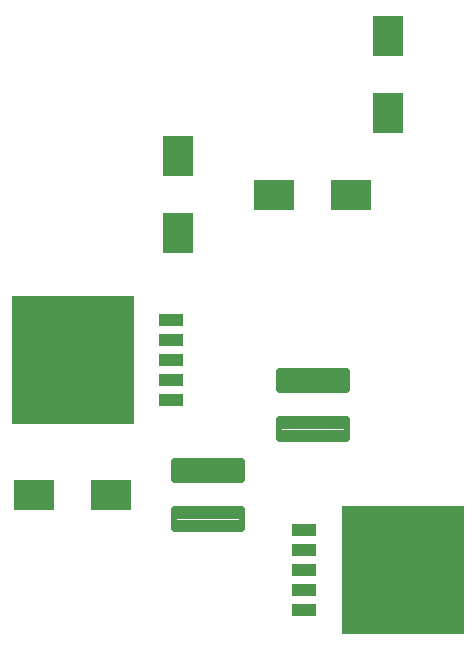
<source format=gbr>
G04 EAGLE Gerber RS-274X export*
G75*
%MOMM*%
%FSLAX34Y34*%
%LPD*%
%INSolderpaste Top*%
%IPPOS*%
%AMOC8*
5,1,8,0,0,1.08239X$1,22.5*%
G01*
%ADD10R,3.500000X2.500000*%
%ADD11R,2.500000X3.500000*%
%ADD12R,10.410000X10.800000*%
%ADD13R,2.159000X1.066800*%
%ADD14C,0.550000*%


D10*
X234200Y368300D03*
X299200Y368300D03*
X31000Y114300D03*
X96000Y114300D03*
D11*
X330200Y502400D03*
X330200Y437400D03*
X152400Y335800D03*
X152400Y400800D03*
D12*
X63500Y228600D03*
D13*
X146812Y194564D03*
X146812Y211582D03*
X146812Y228600D03*
X146812Y245618D03*
X146812Y262636D03*
D12*
X342900Y50800D03*
D13*
X259588Y84836D03*
X259588Y67818D03*
X259588Y50800D03*
X259588Y33782D03*
X259588Y16764D03*
D14*
X206550Y126550D02*
X149050Y126550D01*
X149050Y143050D01*
X206550Y143050D01*
X206550Y126550D01*
X206550Y131775D02*
X149050Y131775D01*
X149050Y137000D02*
X206550Y137000D01*
X206550Y142225D02*
X149050Y142225D01*
X149050Y102050D02*
X206550Y102050D01*
X206550Y85550D01*
X149050Y85550D01*
X149050Y102050D01*
X149050Y90775D02*
X206550Y90775D01*
X206550Y96000D02*
X149050Y96000D01*
X149050Y101225D02*
X206550Y101225D01*
X237950Y178250D02*
X295450Y178250D01*
X295450Y161750D01*
X237950Y161750D01*
X237950Y178250D01*
X237950Y166975D02*
X295450Y166975D01*
X295450Y172200D02*
X237950Y172200D01*
X237950Y177425D02*
X295450Y177425D01*
X295450Y202750D02*
X237950Y202750D01*
X237950Y219250D01*
X295450Y219250D01*
X295450Y202750D01*
X295450Y207975D02*
X237950Y207975D01*
X237950Y213200D02*
X295450Y213200D01*
X295450Y218425D02*
X237950Y218425D01*
M02*

</source>
